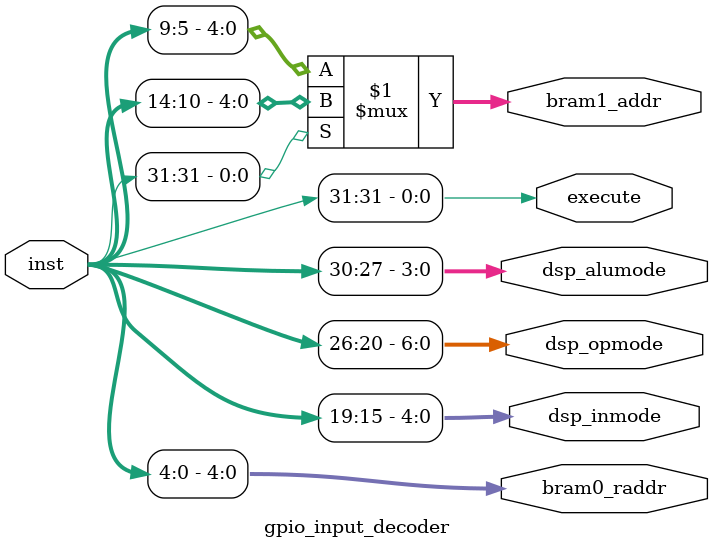
<source format=v>
module gpio_input_decoder (
    input [31:0] inst,
    output [4:0] bram0_raddr,
    output [4:0] bram1_addr,
    output [4:0] dsp_inmode,
    output [6:0] dsp_opmode,
    output [3:0] dsp_alumode,
    output execute
);

	assign bram0_raddr = inst[4:0];
	assign bram1_addr = inst[31] ? inst[14:10] : inst[9:5];
	assign dsp_inmode = inst[19:15];
	assign dsp_opmode = inst[26:20];
	assign dsp_alumode = inst[30:27];
	assign execute = inst[31];

endmodule

</source>
